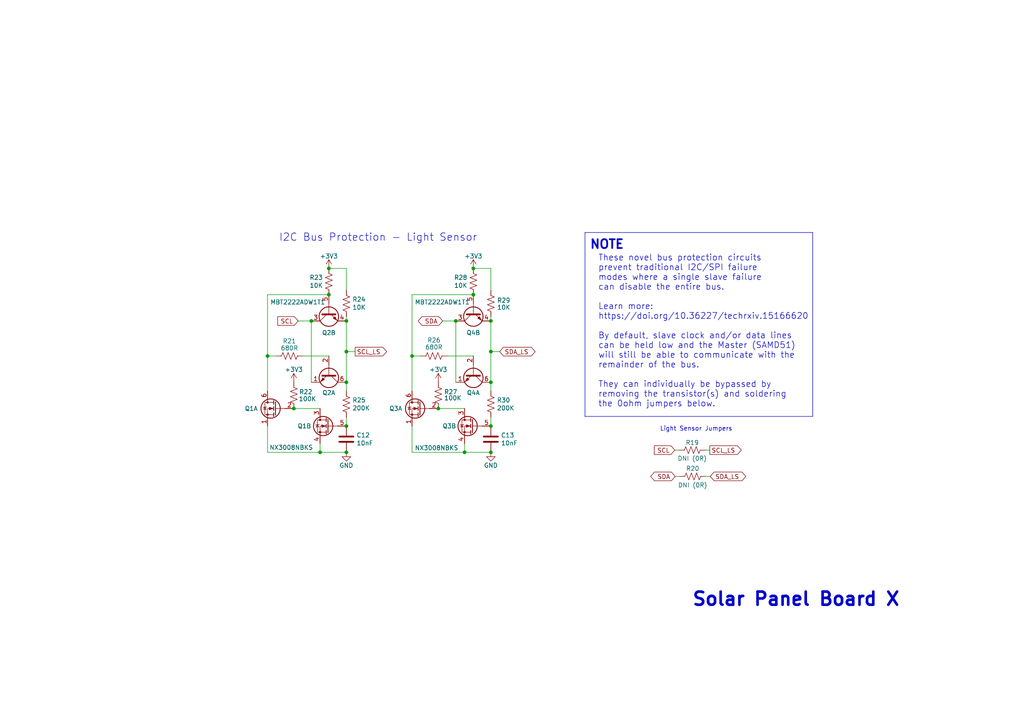
<source format=kicad_sch>
(kicad_sch (version 20230121) (generator eeschema)
  (paper "A4")
  (title_block (title "PyCubed Mini") (date "2023-04-12") (rev "B3/02") (company "REx Lab Carnegie Mellon University") (comment 1 "Z.Manchester") (comment 2 "N.Khera") (comment 3 "M.Holliday"))
  (lib_symbols
    (symbol "Device:C" (pin_numbers hide) (pin_names (offset 0.254))
      (property "Reference" "C" (at 0.635 2.54 0))
      (property "Value" "C" (at 0.635 -2.54 0))
      (symbol "C_0_1"
        (polyline (pts (xy -2.032 -0.762) (xy 2.032 -0.762)) (stroke (width 0.508)))
        (polyline (pts (xy -2.032 0.762) (xy 2.032 0.762)) (stroke (width 0.508)))
      )
      (symbol "C_1_1"
        (pin passive line (at 0 3.81 270) (length 2.794) (name "~") (number "1"))
        (pin passive line (at 0 -3.81 90) (length 2.794) (name "~") (number "2"))
      )
    )
    (symbol "Device:R_US" (pin_numbers hide) (pin_names (offset 0))
      (property "Reference" "R" (at 2.54 0 90))
      (property "Value" "R_US" (at -2.54 0 90))
      (symbol "R_US_0_1"
        (polyline (pts (xy 0 -2.286) (xy 0 -2.54)))
        (polyline (pts (xy 0 2.286) (xy 0 2.54)))
        (polyline (pts (xy 0 -0.762) (xy 1.016 -1.143) (xy 0 -1.524) (xy -1.016 -1.905) (xy 0 -2.286)))
        (polyline (pts (xy 0 0.762) (xy 1.016 0.381) (xy 0 0) (xy -1.016 -0.381) (xy 0 -0.762)))
        (polyline (pts (xy 0 2.286) (xy 1.016 1.905) (xy 0 1.524) (xy -1.016 1.143) (xy 0 0.762)))
      )
      (symbol "R_US_1_1"
        (pin passive line (at 0 3.81 270) (length 1.27) (name "~") (number "1"))
        (pin passive line (at 0 -3.81 90) (length 1.27) (name "~") (number "2"))
      )
    )
    (symbol "Transistor_BJT:MBT2222ADW1T1" (pin_names (offset 0) hide)
      (property "Reference" "Q" (at 5.08 1.27 0))
      (property "Value" "MBT2222ADW1T1" (at 5.08 -1.27 0))
      (symbol "MBT2222ADW1T1_0_1"
        (polyline (pts (xy 0.635 0) (xy -2.54 0)))
        (polyline (pts (xy 0.635 0.635) (xy 2.54 2.54)))
        (polyline (pts (xy 0.635 -0.635) (xy 2.54 -2.54) (xy 2.54 -2.54)))
        (polyline (pts (xy 0.635 1.905) (xy 0.635 -1.905) (xy 0.635 -1.905)) (stroke (width 0.508)))
        (polyline (pts (xy 1.27 -1.778) (xy 1.778 -1.27) (xy 2.286 -2.286) (xy 1.27 -1.778) (xy 1.27 -1.778)) (fill (type outline)))
        (circle (center 1.27 0) (radius 2.8194) (stroke (width 0.254)))
      )
      (symbol "MBT2222ADW1T1_1_1"
        (pin passive line (at 2.54 -5.08 90) (length 2.54) (name "E1") (number "1"))
        (pin input line (at -5.08 0 0) (length 2.54) (name "B1") (number "2"))
        (pin passive line (at 2.54 5.08 270) (length 2.54) (name "C1") (number "6"))
      )
      (symbol "MBT2222ADW1T1_2_1"
        (pin passive line (at 2.54 5.08 270) (length 2.54) (name "C2") (number "3"))
        (pin passive line (at 2.54 -5.08 90) (length 2.54) (name "E2") (number "4"))
        (pin input line (at -5.08 0 0) (length 2.54) (name "B2") (number "5"))
      )
    )
    (symbol "mainboard:NX3008NBKS" (pin_names (offset 0.762) hide)
      (property "Reference" "Q" (at 5.08 1.27 0))
      (property "Value" "NX3008NBKS" (at 5.08 -1.27 0))
      (symbol "NX3008NBKS_1_1"
        (polyline (pts (xy -1.016 0) (xy -3.81 0)))
        (polyline (pts (xy -1.016 1.905) (xy -1.016 -1.905)) (stroke (width 0.254)))
        (polyline (pts (xy -0.508 -1.27) (xy -0.508 -2.286)) (stroke (width 0.254)))
        (polyline (pts (xy -0.508 0.508) (xy -0.508 -0.508)) (stroke (width 0.254)))
        (polyline (pts (xy -0.508 2.286) (xy -0.508 1.27)) (stroke (width 0.254)))
        (polyline (pts (xy 1.27 2.54) (xy 1.27 1.778)))
        (polyline (pts (xy 1.27 -2.54) (xy 1.27 0) (xy -0.508 0)))
        (polyline (pts (xy -0.508 -1.778) (xy 2.032 -1.778) (xy 2.032 1.778) (xy -0.508 1.778)))
        (polyline (pts (xy -0.254 0) (xy 0.762 0.381) (xy 0.762 -0.381) (xy -0.254 0)) (fill (type outline)))
        (polyline (pts (xy 1.524 0.508) (xy 1.651 0.381) (xy 2.413 0.381) (xy 2.54 0.254)))
        (polyline (pts (xy 2.032 0.381) (xy 1.651 -0.254) (xy 2.413 -0.254) (xy 2.032 0.381)))
        (circle (center 0.381 0) (radius 2.794) (stroke (width 0.254)))
        (circle (center 1.27 -1.778) (radius 0.254) (fill (type outline)))
        (circle (center 1.27 1.778) (radius 0.254) (fill (type outline)))
        (pin passive line (at 1.27 -5.08 90) (length 2.54) (name "S2") (number "1"))
        (pin input line (at -6.35 0 0) (length 2.54) (name "G2") (number "2"))
        (pin passive line (at 1.27 5.08 270) (length 2.54) (name "D1") (number "6"))
      )
      (symbol "NX3008NBKS_2_1"
        (polyline (pts (xy -1.016 0) (xy -3.81 0)))
        (polyline (pts (xy -1.016 1.905) (xy -1.016 -1.905)) (stroke (width 0.254)))
        (polyline (pts (xy -0.508 -1.27) (xy -0.508 -2.286)) (stroke (width 0.254)))
        (polyline (pts (xy -0.508 0.508) (xy -0.508 -0.508)) (stroke (width 0.254)))
        (polyline (pts (xy -0.508 2.286) (xy -0.508 1.27)) (stroke (width 0.254)))
        (polyline (pts (xy 1.27 2.54) (xy 1.27 1.778)))
        (polyline (pts (xy 1.27 -2.54) (xy 1.27 0) (xy -0.508 0)))
        (polyline (pts (xy -0.508 -1.778) (xy 2.032 -1.778) (xy 2.032 1.778) (xy -0.508 1.778)))
        (polyline (pts (xy -0.254 0) (xy 0.762 0.381) (xy 0.762 -0.381) (xy -0.254 0)) (fill (type outline)))
        (polyline (pts (xy 1.524 0.508) (xy 1.651 0.381) (xy 2.413 0.381) (xy 2.54 0.254)))
        (polyline (pts (xy 2.032 0.381) (xy 1.651 -0.254) (xy 2.413 -0.254) (xy 2.032 0.381)))
        (circle (center 0.381 0) (radius 2.794) (stroke (width 0.254)))
        (circle (center 1.27 -1.778) (radius 0.254) (fill (type outline)))
        (circle (center 1.27 1.778) (radius 0.254) (fill (type outline)))
        (pin passive line (at 1.27 5.08 270) (length 2.54) (name "D2") (number "3"))
        (pin passive line (at 1.27 -5.08 90) (length 2.54) (name "S1") (number "4"))
        (pin input line (at -6.35 0 0) (length 2.54) (name "G1") (number "5"))
      )
    )
    (symbol "power:+3V3" (power) (pin_names (offset 0))
      (property "Value" "+3V3" (at 0 3.556 0))
      (symbol "+3V3_0_1"
        (polyline (pts (xy -0.762 1.27) (xy 0 2.54)))
        (polyline (pts (xy 0 0) (xy 0 2.54)))
        (polyline (pts (xy 0 2.54) (xy 0.762 1.27)))
      )
      (symbol "+3V3_1_1"
        (pin power_in line (at 0 0 90) (length 0) hide (name "+3V3") (number "1"))
      )
    )
    (symbol "power:GND" (power) (pin_names (offset 0))
      (property "Value" "GND" (at 0 -3.81 0))
      (symbol "GND_0_1"
        (polyline (pts (xy 0 0) (xy 0 -1.27) (xy 1.27 -1.27) (xy 0 -2.54) (xy -1.27 -1.27) (xy 0 -1.27)))
      )
      (symbol "GND_1_1"
        (pin power_in line (at 0 0 270) (length 0) hide (name "GND") (number "1"))
      )
    )
  )
  (junction (at 142.367 101.981))
  (junction (at 137.287 85.471))
  (junction (at 100.457 131.191))
  (junction (at 85.217 118.491))
  (junction (at 142.367 93.091))
  (junction (at 142.367 131.191))
  (junction (at 100.457 110.871))
  (junction (at 100.457 123.571))
  (junction (at 95.377 77.851))
  (junction (at 137.287 77.851))
  (junction (at 119.507 103.251))
  (junction (at 90.297 93.091))
  (junction (at 100.457 93.091))
  (junction (at 127.127 118.491))
  (junction (at 100.457 101.981))
  (junction (at 134.747 131.191))
  (junction (at 92.837 131.191))
  (junction (at 142.367 110.871))
  (junction (at 95.377 85.471))
  (junction (at 77.597 103.251))
  (junction (at 132.207 93.091))
  (junction (at 142.367 123.571))
  (wire (pts (xy 195.834 138.176) (xy 197.104 138.176)))
  (wire (pts (xy 119.507 131.191) (xy 134.747 131.191)))
  (wire (pts (xy 77.597 103.251) (xy 80.137 103.251)))
  (polyline (pts (xy 169.672 120.777) (xy 235.712 120.777)))
  (wire (pts (xy 134.747 128.651) (xy 134.747 131.191)))
  (wire (pts (xy 102.997 101.981) (xy 100.457 101.981)))
  (wire (pts (xy 142.367 101.981) (xy 142.367 93.091)))
  (wire (pts (xy 119.507 103.251) (xy 122.047 103.251)))
  (wire (pts (xy 142.367 84.201) (xy 142.367 77.851)))
  (wire (pts (xy 134.747 131.191) (xy 142.367 131.191)))
  (wire (pts (xy 119.507 85.471) (xy 137.287 85.471)))
  (wire (pts (xy 127.127 118.491) (xy 134.747 118.491)))
  (polyline (pts (xy 169.672 67.437) (xy 169.672 120.777)))
  (wire (pts (xy 119.507 103.251) (xy 119.507 85.471)))
  (wire (pts (xy 119.507 123.571) (xy 119.507 131.191)))
  (polyline (pts (xy 235.712 67.437) (xy 169.672 67.437)))
  (wire (pts (xy 100.457 84.201) (xy 100.457 77.851)))
  (wire (pts (xy 86.487 93.091) (xy 90.297 93.091)))
  (wire (pts (xy 92.837 128.651) (xy 92.837 131.191)))
  (wire (pts (xy 77.597 113.411) (xy 77.597 103.251)))
  (wire (pts (xy 119.507 113.411) (xy 119.507 103.251)))
  (wire (pts (xy 77.597 131.191) (xy 92.837 131.191)))
  (wire (pts (xy 142.367 77.851) (xy 137.287 77.851)))
  (wire (pts (xy 77.597 103.251) (xy 77.597 85.471)))
  (polyline (pts (xy 235.712 120.777) (xy 235.712 67.437)))
  (wire (pts (xy 128.397 93.091) (xy 132.207 93.091)))
  (wire (pts (xy 142.367 121.031) (xy 142.367 123.571)))
  (wire (pts (xy 142.367 110.871) (xy 142.367 101.981)))
  (wire (pts (xy 132.207 93.091) (xy 132.207 110.871)))
  (wire (pts (xy 77.597 85.471) (xy 95.377 85.471)))
  (wire (pts (xy 205.994 138.176) (xy 204.724 138.176)))
  (wire (pts (xy 92.837 131.191) (xy 100.457 131.191)))
  (wire (pts (xy 205.867 130.556) (xy 204.597 130.556)))
  (wire (pts (xy 100.457 91.821) (xy 100.457 93.091)))
  (wire (pts (xy 195.707 130.556) (xy 196.977 130.556)))
  (wire (pts (xy 100.457 121.031) (xy 100.457 123.571)))
  (wire (pts (xy 144.907 101.981) (xy 142.367 101.981)))
  (wire (pts (xy 85.217 118.491) (xy 92.837 118.491)))
  (wire (pts (xy 90.297 93.091) (xy 90.297 110.871)))
  (wire (pts (xy 100.457 101.981) (xy 100.457 93.091)))
  (wire (pts (xy 142.367 91.821) (xy 142.367 93.091)))
  (wire (pts (xy 95.377 103.251) (xy 87.757 103.251)))
  (wire (pts (xy 142.367 113.411) (xy 142.367 110.871)))
  (wire (pts (xy 137.287 103.251) (xy 129.667 103.251)))
  (wire (pts (xy 100.457 110.871) (xy 100.457 101.981)))
  (wire (pts (xy 77.597 123.571) (xy 77.597 131.191)))
  (wire (pts (xy 100.457 113.411) (xy 100.457 110.871)))
  (wire (pts (xy 100.457 77.851) (xy 95.377 77.851)))
  (text "Solar Panel Board X" (at 200.533 176.149 0) (effects (font (size 3.81 3.81) (thickness 0.762) bold) (justify left bottom)))
  (text "These novel bus protection circuits\nprevent traditional I2C/SPI failure \nmodes where a single slave failure\ncan disable the entire bus.\n\nLearn more: \nhttps://doi.org/10.36227/techrxiv.15166620\n\nBy default, slave clock and/or data lines \ncan be held low and the Master (SAMD51) \nwill still be able to communicate with the \nremainder of the bus.\n\nThey can individually be bypassed by \nremoving the transistor(s) and soldering\nthe 0ohm jumpers below." (at 173.482 118.237 0) (effects (font (size 1.7526 1.7526)) (justify left bottom)))
  (text "NOTE" (at 170.942 72.517 0) (effects (font (size 2.54 2.54) (thickness 0.508) bold) (justify left bottom)))
  (text "I2C Bus Protection - Light Sensor" (at 80.899 70.231 0) (effects (font (size 2.159 2.159)) (justify left bottom)))
  (text "Light Sensor Jumpers" (at 191.389 125.222 0) (effects (font (size 1.27 1.27)) (justify left bottom)))
  (global_label "SDA" (shape bidirectional) (at 128.397 93.091 180) (property "Intersheetrefs" "${INTERSHEET_REFS}" (effects hide)))
  (global_label "SDA" (shape bidirectional) (at 195.834 138.176 180) (property "Intersheetrefs" "${INTERSHEET_REFS}" (effects hide)))
  (global_label "SDA_LS" (shape bidirectional) (at 144.907 101.981 0) (property "Intersheetrefs" "${INTERSHEET_REFS}" (effects hide)))
  (global_label "SCL" (shape input) (at 195.707 130.556 180) (property "Intersheetrefs" "${INTERSHEET_REFS}" (effects hide)))
  (global_label "SCL_LS" (shape output) (at 102.997 101.981 0) (property "Intersheetrefs" "${INTERSHEET_REFS}" (effects hide)))
  (global_label "SCL" (shape input) (at 86.487 93.091 180) (property "Intersheetrefs" "${INTERSHEET_REFS}" (effects hide)))
  (global_label "SDA_LS" (shape bidirectional) (at 205.994 138.176 0) (property "Intersheetrefs" "${INTERSHEET_REFS}" (effects hide)))
  (global_label "SCL_LS" (shape output) (at 205.867 130.556 0) (property "Intersheetrefs" "${INTERSHEET_REFS}" (effects hide)))
  (symbol (lib_id "Device:R_US") (at 200.787 130.556 270) (unit 1)
    (property "Reference" "R19" (at 200.787 128.397 90))
    (property "Value" "DNI (0R)" (at 200.787 132.969 90))
    (property "Footprint" "Resistor_SMD:R_0603_1608Metric" (effects hide))
    (property "DNI" "DNI" (effects hide))
    (property "Description" "0 0603" (effects hide))
  )
  (symbol (lib_id "power:+3V3") (at 127.127 110.871 0) (unit 1)
    (property "Reference" "#PWR0111" (effects hide))
    (property "Value" "+3V3" (at 127.127 107.188 0))
    (instances (project "Solar-Panel-X" (path "" (reference "#PWR0111") (unit 1)) (path "" (reference "#PWR016") (unit 1))))
  )
  (symbol (lib_id "Transistor_BJT:MBT2222ADW1T1") (at 95.377 90.551 90) (mirror x) (unit 2)
    (property "Reference" "Q2" (at 95.377 96.52 90))
    (property "Value" "MBT2222ADW1T1" (at 86.36 87.63 90))
    (property "Footprint" "Package_TO_SOT_SMD:SOT-363_SC-70-6" (effects hide))
    (property "Datasheet" "http://www.onsemi.com/pub_link/Collateral/MBT2222ADW1T1-D.PDF" (effects hide))
    (property "Description" "Dual NPN BJT - 2NPN" (effects hide))
    (property "Flight" "MBT2222ADW1T1G" (effects hide))
    (property "Manufacturer_Name" "ON Semiconductor" (effects hide))
    (property "Manufacturer_Part_Number" "MBT2222ADW1T1G" (effects hide))
    (property "Proto" "MBT2222ADW1T1G" (effects hide))
  )
  (symbol (lib_id "Device:R_US") (at 127.127 114.681 0) (unit 1)
    (property "Reference" "R27" (at 128.778 113.665 0) (effects (justify left)))
    (property "Value" "100K" (at 128.778 115.443 0) (effects (justify left)))
    (property "Footprint" "Resistor_SMD:R_0603_1608Metric" (effects hide))
    (property "Description" "100K 0603" (effects hide))
  )
  (symbol (lib_id "power:+3V3") (at 85.217 110.871 0) (unit 1)
    (property "Reference" "#PWR0108" (effects hide))
    (property "Value" "+3V3" (at 85.217 107.188 0))
    (instances (project "Solar-Panel-X" (path "" (reference "#PWR0108") (unit 1)) (path "" (reference "#PWR012") (unit 1))))
  )
  (symbol (lib_id "Transistor_BJT:MBT2222ADW1T1") (at 95.377 108.331 270) (unit 1)
    (property "Reference" "Q2" (at 95.377 113.919 90))
    (property "Value" "MBT2222ADW1T1" (effects hide))
    (property "Footprint" "Package_TO_SOT_SMD:SOT-363_SC-70-6" (effects hide))
    (property "Datasheet" "http://www.onsemi.com/pub_link/Collateral/MBT2222ADW1T1-D.PDF" (effects hide))
    (property "Description" "Dual NPN BJT - 2NPN" (effects hide))
    (property "Flight" "MBT2222ADW1T1G" (effects hide))
    (property "Manufacturer_Name" "ON Semiconductor" (effects hide))
    (property "Manufacturer_Part_Number" "MBT2222ADW1T1G" (effects hide))
    (property "Proto" "MBT2222ADW1T1G" (effects hide))
  )
  (symbol (lib_id "Device:R_US") (at 100.457 117.221 0) (unit 1)
    (property "Reference" "R25" (at 102.1842 116.0526 0) (effects (justify left)))
    (property "Value" "200K" (at 102.1842 118.364 0) (effects (justify left)))
    (property "Footprint" "Resistor_SMD:R_0603_1608Metric" (effects hide))
    (property "Description" "200K 0603" (effects hide))
  )
  (symbol (lib_id "Transistor_BJT:MBT2222ADW1T1") (at 137.287 90.551 90) (mirror x) (unit 2)
    (property "Reference" "Q4" (at 137.287 96.52 90))
    (property "Value" "MBT2222ADW1T1" (at 128.27 87.63 90))
    (property "Footprint" "Package_TO_SOT_SMD:SOT-363_SC-70-6" (effects hide))
    (property "Datasheet" "http://www.onsemi.com/pub_link/Collateral/MBT2222ADW1T1-D.PDF" (effects hide))
    (property "Description" "Dual NPN BJT - 2NPN" (effects hide))
    (property "Flight" "MBT2222ADW1T1G" (effects hide))
    (property "Manufacturer_Name" "ON Semiconductor" (effects hide))
    (property "Manufacturer_Part_Number" "MBT2222ADW1T1G" (effects hide))
    (property "Proto" "MBT2222ADW1T1G" (effects hide))
  )
  (symbol (lib_id "power:+3V3") (at 95.377 77.851 0) (unit 1)
    (property "Reference" "#PWR0107" (effects hide))
    (property "Value" "+3V3" (at 95.377 74.295 0))
    (instances (project "Solar-Panel-X" (path "" (reference "#PWR0107") (unit 1)) (path "" (reference "#PWR013") (unit 1))))
  )
  (symbol (lib_id "Device:R_US") (at 95.377 81.661 0) (unit 1)
    (property "Reference" "R23" (at 93.6752 80.4926 0) (effects (justify right)))
    (property "Value" "10K" (at 93.6752 82.804 0) (effects (justify right)))
    (property "Footprint" "Resistor_SMD:R_0603_1608Metric" (effects hide))
    (property "Description" "10K 0603" (effects hide))
  )
  (symbol (lib_id "Device:R_US") (at 142.367 117.221 0) (unit 1)
    (property "Reference" "R30" (at 144.0942 116.0526 0) (effects (justify left)))
    (property "Value" "200K" (at 144.0942 118.364 0) (effects (justify left)))
    (property "Footprint" "Resistor_SMD:R_0603_1608Metric" (effects hide))
    (property "Description" "200K 0603" (effects hide))
  )
  (symbol (lib_id "Device:C") (at 142.367 127.381 0) (unit 1)
    (property "Reference" "C13" (at 145.288 126.238 0) (effects (justify left)))
    (property "Value" "10nF" (at 145.288 128.524 0) (effects (justify left)))
    (property "Footprint" "Capacitor_SMD:C_0603_1608Metric" (effects hide))
    (property "Description" "10nF +-10% 50V X7R" (effects hide))
  )
  (symbol (lib_id "mainboard:NX3008NBKS") (at 120.777 118.491 0) (mirror y) (unit 1)
    (property "Reference" "Q3" (at 116.713 118.491 0) (effects (justify left)))
    (property "Value" "NX3008NBKS" (at 132.969 129.921 0) (effects (justify left)))
    (property "Footprint" "Package_TO_SOT_SMD:SOT-363_SC-70-6" (effects hide))
    (property "Datasheet" "https://assets.nexperia.com/documents/data-sheet/NX3008NBKS.pdf" (effects hide))
    (property "Description" "Dual N-Channel MOSFET - 2NMOS" (effects hide))
    (property "Manufacturer_Name" "Nexperia USA Inc." (effects hide))
    (property "Manufacturer_Part_Number" "NX3008NBKS" (effects hide))
  )
  (symbol (lib_id "Device:R_US") (at 100.457 88.011 0) (unit 1)
    (property "Reference" "R24" (at 102.1842 86.8426 0) (effects (justify left)))
    (property "Value" "10K" (at 102.1842 89.154 0) (effects (justify left)))
    (property "Footprint" "Resistor_SMD:R_0603_1608Metric" (effects hide))
    (property "Description" "10K 0603" (effects hide))
  )
  (symbol (lib_id "power:GND") (at 142.367 131.191 0) (unit 1)
    (property "Reference" "#PWR0110" (effects hide))
    (property "Value" "GND" (at 142.367 135.001 0))
    (instances (project "Solar-Panel-X" (path "" (reference "#PWR0110") (unit 1)) (path "" (reference "#PWR018") (unit 1))))
  )
  (symbol (lib_id "mainboard:NX3008NBKS") (at 78.867 118.491 0) (mirror y) (unit 1)
    (property "Reference" "Q1" (at 74.803 118.491 0) (effects (justify left)))
    (property "Value" "NX3008NBKS" (at 90.805 129.794 0) (effects (justify left)))
    (property "Footprint" "Package_TO_SOT_SMD:SOT-363_SC-70-6" (effects hide))
    (property "Datasheet" "https://assets.nexperia.com/documents/data-sheet/NX3008NBKS.pdf" (effects hide))
    (property "Description" "Dual N-Channel MOSFET - 2NMOS" (effects hide))
    (property "Manufacturer_Name" "Nexperia USA Inc." (effects hide))
    (property "Manufacturer_Part_Number" "NX3008NBKS" (effects hide))
  )
  (symbol (lib_id "Device:R_US") (at 200.914 138.176 270) (unit 1)
    (property "Reference" "R20" (at 200.914 135.89 90))
    (property "Value" "DNI (0R)" (at 200.914 140.716 90))
    (property "Footprint" "Resistor_SMD:R_0603_1608Metric" (effects hide))
    (property "DNI" "DNI" (effects hide))
    (property "Description" "0 0603" (effects hide))
  )
  (symbol (lib_id "Device:R_US") (at 137.287 81.661 0) (unit 1)
    (property "Reference" "R28" (at 135.5852 80.4926 0) (effects (justify right)))
    (property "Value" "10K" (at 135.5852 82.804 0) (effects (justify right)))
    (property "Footprint" "Resistor_SMD:R_0603_1608Metric" (effects hide))
    (property "Description" "10K 0603" (effects hide))
  )
  (symbol (lib_id "mainboard:NX3008NBKS") (at 94.107 123.571 0) (mirror y) (unit 2)
    (property "Reference" "Q1" (at 90.297 123.571 0) (effects (justify left)))
    (property "Value" "NX3008NBKS" (effects hide))
    (property "Footprint" "Package_TO_SOT_SMD:SOT-363_SC-70-6" (effects hide))
    (property "Datasheet" "https://assets.nexperia.com/documents/data-sheet/NX3008NBKS.pdf" (effects hide))
    (property "Description" "Dual N-Channel MOSFET - 2NMOS" (effects hide))
    (property "Manufacturer_Name" "Nexperia USA Inc." (effects hide))
    (property "Manufacturer_Part_Number" "NX3008NBKS" (effects hide))
  )
  (symbol (lib_id "Device:R_US") (at 83.947 103.251 270) (unit 1)
    (property "Reference" "R21" (at 83.947 98.933 90))
    (property "Value" "680R" (at 83.947 100.965 90))
    (property "Footprint" "Resistor_SMD:R_0603_1608Metric" (effects hide))
    (property "Description" "680 0603" (effects hide))
  )
  (symbol (lib_id "Device:C") (at 100.457 127.381 0) (unit 1)
    (property "Reference" "C12" (at 103.378 126.2126 0) (effects (justify left)))
    (property "Value" "10nF" (at 103.378 128.524 0) (effects (justify left)))
    (property "Footprint" "Capacitor_SMD:C_0603_1608Metric" (effects hide))
    (property "Description" "10nF +-10% 50V X7R" (effects hide))
  )
  (symbol (lib_id "power:GND") (at 100.457 131.191 0) (unit 1)
    (property "Reference" "#PWR0109" (effects hide))
    (property "Value" "GND" (at 100.457 135.001 0))
    (instances (project "Solar-Panel-X" (path "" (reference "#PWR0109") (unit 1)) (path "" (reference "#PWR014") (unit 1))))
  )
  (symbol (lib_id "Device:R_US") (at 125.857 103.251 270) (unit 1)
    (property "Reference" "R26" (at 125.857 98.679 90))
    (property "Value" "680R" (at 125.857 100.711 90))
    (property "Footprint" "Resistor_SMD:R_0603_1608Metric" (effects hide))
    (property "Description" "680 0603" (effects hide))
  )
  (symbol (lib_id "Transistor_BJT:MBT2222ADW1T1") (at 137.287 108.331 270) (unit 1)
    (property "Reference" "Q4" (at 137.287 113.919 90))
    (property "Value" "MBT2222ADW1T1" (effects hide))
    (property "Footprint" "Package_TO_SOT_SMD:SOT-363_SC-70-6" (effects hide))
    (property "Datasheet" "http://www.onsemi.com/pub_link/Collateral/MBT2222ADW1T1-D.PDF" (effects hide))
    (property "Description" "Dual NPN BJT - 2NPN" (effects hide))
    (property "Flight" "MBT2222ADW1T1G" (effects hide))
    (property "Manufacturer_Name" "ON Semiconductor" (effects hide))
    (property "Manufacturer_Part_Number" "MBT2222ADW1T1G" (effects hide))
    (property "Proto" "MBT2222ADW1T1G" (effects hide))
  )
  (symbol (lib_id "mainboard:NX3008NBKS") (at 136.017 123.571 0) (mirror y) (unit 2)
    (property "Reference" "Q3" (at 132.334 123.571 0) (effects (justify left)))
    (property "Value" "NX3008NBKS" (effects hide))
    (property "Footprint" "Package_TO_SOT_SMD:SOT-363_SC-70-6" (effects hide))
    (property "Datasheet" "https://assets.nexperia.com/documents/data-sheet/NX3008NBKS.pdf" (effects hide))
    (property "Description" "Dual N-Channel MOSFET - 2NMOS" (effects hide))
    (property "Manufacturer_Name" "Nexperia USA Inc." (effects hide))
    (property "Manufacturer_Part_Number" "NX3008NBKS" (effects hide))
  )
  (symbol (lib_id "power:+3V3") (at 137.287 77.851 0) (unit 1)
    (property "Reference" "#PWR0106" (effects hide))
    (property "Value" "+3V3" (at 137.287 74.295 0))
    (instances (project "Solar-Panel-X" (path "" (reference "#PWR0106") (unit 1)) (path "" (reference "#PWR017") (unit 1))))
  )
  (symbol (lib_id "Device:R_US") (at 85.217 114.681 0) (unit 1)
    (property "Reference" "R22" (at 86.741 113.665 0) (effects (justify left)))
    (property "Value" "100K" (at 86.614 115.697 0) (effects (justify left)))
    (property "Footprint" "Resistor_SMD:R_0603_1608Metric" (effects hide))
    (property "Description" "100K 0603" (effects hide))
  )
  (symbol (lib_id "Device:R_US") (at 142.367 88.011 0) (unit 1)
    (property "Reference" "R29" (at 144.145 87.122 0) (effects (justify left)))
    (property "Value" "10K" (at 144.145 89.154 0) (effects (justify left)))
    (property "Footprint" "Resistor_SMD:R_0603_1608Metric" (effects hide))
    (property "Description" "10K 0603" (effects hide))
  )
)
</source>
